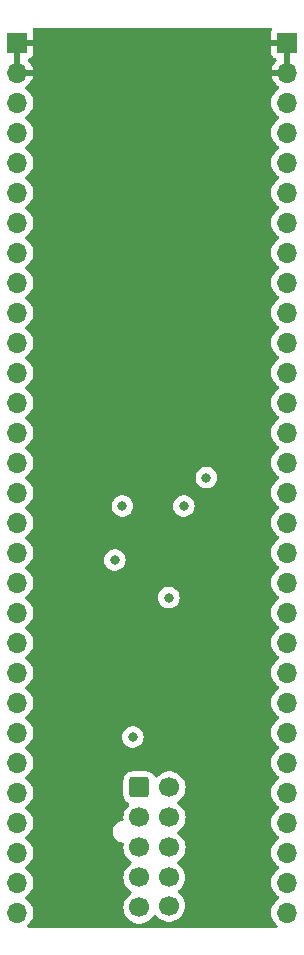
<source format=gbr>
%TF.GenerationSoftware,KiCad,Pcbnew,7.0.6-0*%
%TF.CreationDate,2023-07-17T22:06:51-07:00*%
%TF.ProjectId,84CP01,38344350-3031-42e6-9b69-6361645f7063,rev?*%
%TF.SameCoordinates,Original*%
%TF.FileFunction,Copper,L2,Inr*%
%TF.FilePolarity,Positive*%
%FSLAX46Y46*%
G04 Gerber Fmt 4.6, Leading zero omitted, Abs format (unit mm)*
G04 Created by KiCad (PCBNEW 7.0.6-0) date 2023-07-17 22:06:51*
%MOMM*%
%LPD*%
G01*
G04 APERTURE LIST*
G04 Aperture macros list*
%AMRoundRect*
0 Rectangle with rounded corners*
0 $1 Rounding radius*
0 $2 $3 $4 $5 $6 $7 $8 $9 X,Y pos of 4 corners*
0 Add a 4 corners polygon primitive as box body*
4,1,4,$2,$3,$4,$5,$6,$7,$8,$9,$2,$3,0*
0 Add four circle primitives for the rounded corners*
1,1,$1+$1,$2,$3*
1,1,$1+$1,$4,$5*
1,1,$1+$1,$6,$7*
1,1,$1+$1,$8,$9*
0 Add four rect primitives between the rounded corners*
20,1,$1+$1,$2,$3,$4,$5,0*
20,1,$1+$1,$4,$5,$6,$7,0*
20,1,$1+$1,$6,$7,$8,$9,0*
20,1,$1+$1,$8,$9,$2,$3,0*%
G04 Aperture macros list end*
%TA.AperFunction,ComponentPad*%
%ADD10RoundRect,0.250000X-0.600000X-0.600000X0.600000X-0.600000X0.600000X0.600000X-0.600000X0.600000X0*%
%TD*%
%TA.AperFunction,ComponentPad*%
%ADD11C,1.700000*%
%TD*%
%TA.AperFunction,ComponentPad*%
%ADD12R,1.700000X1.700000*%
%TD*%
%TA.AperFunction,ComponentPad*%
%ADD13O,1.700000X1.700000*%
%TD*%
%TA.AperFunction,ViaPad*%
%ADD14C,0.800000*%
%TD*%
G04 APERTURE END LIST*
D10*
%TO.N,Net-(J2-Pin_1)*%
%TO.C,J2*%
X108130000Y-115904000D03*
D11*
%TO.N,GND*%
X110670000Y-115904000D03*
%TO.N,Net-(J2-Pin_3)*%
X108130000Y-118444000D03*
%TO.N,GND*%
X110670000Y-118444000D03*
%TO.N,Net-(J2-Pin_5)*%
X108130000Y-120984000D03*
%TO.N,GND*%
X110670000Y-120984000D03*
%TO.N,Net-(J2-Pin_7)*%
X108130000Y-123524000D03*
%TO.N,GND*%
X110630000Y-123524000D03*
X108130000Y-126064000D03*
X110630000Y-125904000D03*
%TD*%
D12*
%TO.N,VCC*%
%TO.C,J3*%
X120650000Y-52832000D03*
D13*
X120650000Y-55372000D03*
%TO.N,/J2-3*%
X120650000Y-57912000D03*
%TO.N,/J2-4*%
X120650000Y-60452000D03*
%TO.N,/J2-5*%
X120650000Y-62992000D03*
%TO.N,/J2-6*%
X120650000Y-65532000D03*
%TO.N,/J2-7*%
X120650000Y-68072000D03*
%TO.N,/J2-8*%
X120650000Y-70612000D03*
%TO.N,/J2-9*%
X120650000Y-73152000D03*
%TO.N,/J2-10*%
X120650000Y-75692000D03*
%TO.N,/J2-11*%
X120650000Y-78232000D03*
%TO.N,/J2-12*%
X120650000Y-80772000D03*
%TO.N,/J2-13*%
X120650000Y-83312000D03*
%TO.N,/J2-14*%
X120650000Y-85852000D03*
%TO.N,/J2-15*%
X120650000Y-88392000D03*
%TO.N,/J2-16*%
X120650000Y-90932000D03*
%TO.N,/J2-17*%
X120650000Y-93472000D03*
%TO.N,/J2-18*%
X120650000Y-96012000D03*
%TO.N,/J2-19*%
X120650000Y-98552000D03*
%TO.N,/J2-20*%
X120650000Y-101092000D03*
%TO.N,/J2-21*%
X120650000Y-103632000D03*
%TO.N,/J2-22*%
X120650000Y-106172000D03*
%TO.N,/J2-23*%
X120650000Y-108712000D03*
%TO.N,/J2-24*%
X120650000Y-111252000D03*
%TO.N,/J2-25*%
X120650000Y-113792000D03*
%TO.N,/J2-26*%
X120650000Y-116332000D03*
%TO.N,/J2-27*%
X120650000Y-118872000D03*
%TO.N,/J2-28*%
X120650000Y-121412000D03*
%TO.N,GND*%
X120650000Y-123952000D03*
X120650000Y-126492000D03*
%TD*%
D12*
%TO.N,VCC*%
%TO.C,J1*%
X97790000Y-52832000D03*
D13*
X97790000Y-55372000D03*
%TO.N,/J1-3*%
X97790000Y-57912000D03*
%TO.N,/J1-4*%
X97790000Y-60452000D03*
%TO.N,/J1-5*%
X97790000Y-62992000D03*
%TO.N,/J1-6*%
X97790000Y-65532000D03*
%TO.N,/J1-7*%
X97790000Y-68072000D03*
%TO.N,/J1-8*%
X97790000Y-70612000D03*
%TO.N,/J1-9*%
X97790000Y-73152000D03*
%TO.N,/J1-10*%
X97790000Y-75692000D03*
%TO.N,/J1-11*%
X97790000Y-78232000D03*
%TO.N,/J1-12*%
X97790000Y-80772000D03*
%TO.N,/J1-13*%
X97790000Y-83312000D03*
%TO.N,/J1-14*%
X97790000Y-85852000D03*
%TO.N,/J1-15*%
X97790000Y-88392000D03*
%TO.N,/J1-16*%
X97790000Y-90932000D03*
%TO.N,/J1-17*%
X97790000Y-93472000D03*
%TO.N,/J1-18*%
X97790000Y-96012000D03*
%TO.N,/J1-19*%
X97790000Y-98552000D03*
%TO.N,/J1-20*%
X97790000Y-101092000D03*
%TO.N,/J1-21*%
X97790000Y-103632000D03*
%TO.N,/J1-22*%
X97790000Y-106172000D03*
%TO.N,/J1-23*%
X97790000Y-108712000D03*
%TO.N,/J1-24*%
X97790000Y-111252000D03*
%TO.N,/J1-25*%
X97790000Y-113792000D03*
%TO.N,/J1-26*%
X97790000Y-116332000D03*
%TO.N,/J1-27*%
X97790000Y-118872000D03*
%TO.N,/J1-28*%
X97790000Y-121412000D03*
%TO.N,GND*%
X97790000Y-123952000D03*
X97790000Y-126492000D03*
%TD*%
D14*
%TO.N,VCC*%
X106680000Y-87249000D03*
X111887000Y-87249000D03*
%TO.N,GND*%
X106680000Y-92075000D03*
X111887000Y-92075000D03*
%TO.N,/J1-28*%
X110617000Y-99822000D03*
X107569000Y-111633000D03*
%TO.N,Net-(J2-Pin_5)*%
X106045000Y-96647000D03*
%TO.N,Net-(J2-Pin_7)*%
X113792000Y-89662000D03*
%TD*%
%TA.AperFunction,Conductor*%
%TO.N,VCC*%
G36*
X119301114Y-51582002D02*
G01*
X119347607Y-51635658D01*
X119357711Y-51705932D01*
X119351049Y-51732033D01*
X119298505Y-51872907D01*
X119292000Y-51933402D01*
X119292000Y-52578000D01*
X120218884Y-52578000D01*
X120190507Y-52622156D01*
X120150000Y-52760111D01*
X120150000Y-52903889D01*
X120190507Y-53041844D01*
X120218884Y-53086000D01*
X119292000Y-53086000D01*
X119292000Y-53730597D01*
X119298505Y-53791093D01*
X119349555Y-53927964D01*
X119349555Y-53927965D01*
X119437095Y-54044904D01*
X119554034Y-54132444D01*
X119669677Y-54175576D01*
X119726513Y-54218123D01*
X119751324Y-54284643D01*
X119736233Y-54354017D01*
X119718347Y-54378969D01*
X119574674Y-54535041D01*
X119451580Y-54723451D01*
X119361179Y-54929543D01*
X119361176Y-54929550D01*
X119313455Y-55117999D01*
X119313456Y-55118000D01*
X120218884Y-55118000D01*
X120190507Y-55162156D01*
X120150000Y-55300111D01*
X120150000Y-55443889D01*
X120190507Y-55581844D01*
X120218884Y-55626000D01*
X119313455Y-55626000D01*
X119361176Y-55814449D01*
X119361179Y-55814456D01*
X119451580Y-56020548D01*
X119574674Y-56208958D01*
X119727097Y-56374534D01*
X119904698Y-56512767D01*
X119904704Y-56512771D01*
X119938207Y-56530902D01*
X119988597Y-56580915D01*
X120003949Y-56650232D01*
X119979388Y-56716845D01*
X119938207Y-56752528D01*
X119904430Y-56770807D01*
X119904424Y-56770811D01*
X119726762Y-56909091D01*
X119574279Y-57074729D01*
X119574275Y-57074734D01*
X119451141Y-57263206D01*
X119360703Y-57469386D01*
X119360702Y-57469387D01*
X119305437Y-57687624D01*
X119286844Y-57912000D01*
X119305437Y-58136375D01*
X119360702Y-58354612D01*
X119360703Y-58354613D01*
X119451141Y-58560793D01*
X119574275Y-58749265D01*
X119574279Y-58749270D01*
X119726762Y-58914908D01*
X119781331Y-58957381D01*
X119904424Y-59053189D01*
X119937680Y-59071186D01*
X119988070Y-59121196D01*
X120003423Y-59190513D01*
X119978864Y-59257126D01*
X119937683Y-59292811D01*
X119904430Y-59310807D01*
X119904424Y-59310811D01*
X119726762Y-59449091D01*
X119574279Y-59614729D01*
X119574275Y-59614734D01*
X119451141Y-59803206D01*
X119360703Y-60009386D01*
X119360702Y-60009387D01*
X119305437Y-60227624D01*
X119286844Y-60451999D01*
X119305437Y-60676375D01*
X119360702Y-60894612D01*
X119360703Y-60894613D01*
X119451141Y-61100793D01*
X119574275Y-61289265D01*
X119574279Y-61289270D01*
X119726762Y-61454908D01*
X119781331Y-61497381D01*
X119904424Y-61593189D01*
X119937680Y-61611186D01*
X119988071Y-61661200D01*
X120003423Y-61730516D01*
X119978862Y-61797129D01*
X119937680Y-61832813D01*
X119904426Y-61850810D01*
X119904424Y-61850811D01*
X119726762Y-61989091D01*
X119574279Y-62154729D01*
X119574275Y-62154734D01*
X119451141Y-62343206D01*
X119360703Y-62549386D01*
X119360702Y-62549387D01*
X119305437Y-62767624D01*
X119286844Y-62992000D01*
X119305437Y-63216375D01*
X119360702Y-63434612D01*
X119360703Y-63434613D01*
X119451141Y-63640793D01*
X119574275Y-63829265D01*
X119574279Y-63829270D01*
X119726762Y-63994908D01*
X119781331Y-64037381D01*
X119904424Y-64133189D01*
X119937680Y-64151186D01*
X119988071Y-64201200D01*
X120003423Y-64270516D01*
X119978862Y-64337129D01*
X119937680Y-64372813D01*
X119904426Y-64390810D01*
X119904424Y-64390811D01*
X119726762Y-64529091D01*
X119574279Y-64694729D01*
X119574275Y-64694734D01*
X119451141Y-64883206D01*
X119360703Y-65089386D01*
X119360702Y-65089387D01*
X119305437Y-65307624D01*
X119286844Y-65532000D01*
X119305437Y-65756375D01*
X119360702Y-65974612D01*
X119360703Y-65974613D01*
X119451141Y-66180793D01*
X119574275Y-66369265D01*
X119574279Y-66369270D01*
X119726762Y-66534908D01*
X119781331Y-66577381D01*
X119904424Y-66673189D01*
X119937676Y-66691184D01*
X119937680Y-66691186D01*
X119988071Y-66741200D01*
X120003423Y-66810516D01*
X119978862Y-66877129D01*
X119937680Y-66912813D01*
X119904426Y-66930810D01*
X119904424Y-66930811D01*
X119726762Y-67069091D01*
X119574279Y-67234729D01*
X119574275Y-67234734D01*
X119451141Y-67423206D01*
X119360703Y-67629386D01*
X119360702Y-67629387D01*
X119305437Y-67847624D01*
X119286844Y-68071999D01*
X119305437Y-68296375D01*
X119360702Y-68514612D01*
X119360703Y-68514613D01*
X119451141Y-68720793D01*
X119574275Y-68909265D01*
X119574279Y-68909270D01*
X119726762Y-69074908D01*
X119781331Y-69117381D01*
X119904424Y-69213189D01*
X119937680Y-69231186D01*
X119988071Y-69281200D01*
X120003423Y-69350516D01*
X119978862Y-69417129D01*
X119937680Y-69452813D01*
X119904426Y-69470810D01*
X119904424Y-69470811D01*
X119726762Y-69609091D01*
X119574279Y-69774729D01*
X119574275Y-69774734D01*
X119451141Y-69963206D01*
X119360703Y-70169386D01*
X119360702Y-70169387D01*
X119305437Y-70387624D01*
X119286844Y-70611999D01*
X119305437Y-70836375D01*
X119360702Y-71054612D01*
X119360703Y-71054613D01*
X119451141Y-71260793D01*
X119574275Y-71449265D01*
X119574279Y-71449270D01*
X119726762Y-71614908D01*
X119781331Y-71657381D01*
X119904424Y-71753189D01*
X119937680Y-71771186D01*
X119988071Y-71821200D01*
X120003423Y-71890516D01*
X119978862Y-71957129D01*
X119937680Y-71992813D01*
X119904426Y-72010810D01*
X119904424Y-72010811D01*
X119726762Y-72149091D01*
X119574279Y-72314729D01*
X119574275Y-72314734D01*
X119451141Y-72503206D01*
X119360703Y-72709386D01*
X119360702Y-72709387D01*
X119305437Y-72927624D01*
X119286844Y-73152000D01*
X119305437Y-73376375D01*
X119360702Y-73594612D01*
X119360703Y-73594613D01*
X119451141Y-73800793D01*
X119574275Y-73989265D01*
X119574279Y-73989270D01*
X119726762Y-74154908D01*
X119781331Y-74197381D01*
X119904424Y-74293189D01*
X119937680Y-74311186D01*
X119988071Y-74361200D01*
X120003423Y-74430516D01*
X119978862Y-74497129D01*
X119937680Y-74532813D01*
X119904426Y-74550810D01*
X119904424Y-74550811D01*
X119726762Y-74689091D01*
X119574279Y-74854729D01*
X119574275Y-74854734D01*
X119451141Y-75043206D01*
X119360703Y-75249386D01*
X119360702Y-75249387D01*
X119305437Y-75467624D01*
X119286844Y-75692000D01*
X119305437Y-75916375D01*
X119360702Y-76134612D01*
X119360703Y-76134613D01*
X119451141Y-76340793D01*
X119574275Y-76529265D01*
X119574279Y-76529270D01*
X119726762Y-76694908D01*
X119781331Y-76737381D01*
X119904424Y-76833189D01*
X119937680Y-76851186D01*
X119988071Y-76901200D01*
X120003423Y-76970516D01*
X119978862Y-77037129D01*
X119937680Y-77072813D01*
X119904426Y-77090810D01*
X119904424Y-77090811D01*
X119726762Y-77229091D01*
X119574279Y-77394729D01*
X119574275Y-77394734D01*
X119451141Y-77583206D01*
X119360703Y-77789386D01*
X119360702Y-77789387D01*
X119305437Y-78007624D01*
X119286844Y-78232000D01*
X119305437Y-78456375D01*
X119360702Y-78674612D01*
X119360703Y-78674613D01*
X119451141Y-78880793D01*
X119574275Y-79069265D01*
X119574279Y-79069270D01*
X119726762Y-79234908D01*
X119781331Y-79277381D01*
X119904424Y-79373189D01*
X119937680Y-79391186D01*
X119988071Y-79441200D01*
X120003423Y-79510516D01*
X119978862Y-79577129D01*
X119937680Y-79612813D01*
X119904426Y-79630810D01*
X119904424Y-79630811D01*
X119726762Y-79769091D01*
X119574279Y-79934729D01*
X119574275Y-79934734D01*
X119451141Y-80123206D01*
X119360703Y-80329386D01*
X119360702Y-80329387D01*
X119305437Y-80547624D01*
X119286844Y-80771999D01*
X119305437Y-80996375D01*
X119360702Y-81214612D01*
X119360703Y-81214613D01*
X119451141Y-81420793D01*
X119574275Y-81609265D01*
X119574279Y-81609270D01*
X119726762Y-81774908D01*
X119781331Y-81817381D01*
X119904424Y-81913189D01*
X119937680Y-81931186D01*
X119988071Y-81981200D01*
X120003423Y-82050516D01*
X119978862Y-82117129D01*
X119937680Y-82152813D01*
X119904426Y-82170810D01*
X119904424Y-82170811D01*
X119726762Y-82309091D01*
X119574279Y-82474729D01*
X119574275Y-82474734D01*
X119451141Y-82663206D01*
X119360703Y-82869386D01*
X119360702Y-82869387D01*
X119305437Y-83087624D01*
X119286844Y-83312000D01*
X119305437Y-83536375D01*
X119360702Y-83754612D01*
X119360703Y-83754613D01*
X119451141Y-83960793D01*
X119574275Y-84149265D01*
X119574279Y-84149270D01*
X119726762Y-84314908D01*
X119781331Y-84357381D01*
X119904424Y-84453189D01*
X119937680Y-84471186D01*
X119988071Y-84521200D01*
X120003423Y-84590516D01*
X119978862Y-84657129D01*
X119937680Y-84692813D01*
X119904426Y-84710810D01*
X119904424Y-84710811D01*
X119726762Y-84849091D01*
X119574279Y-85014729D01*
X119574275Y-85014734D01*
X119451141Y-85203206D01*
X119360703Y-85409386D01*
X119360702Y-85409387D01*
X119305437Y-85627624D01*
X119286844Y-85852000D01*
X119305437Y-86076375D01*
X119360702Y-86294612D01*
X119360703Y-86294613D01*
X119451141Y-86500793D01*
X119574275Y-86689265D01*
X119574279Y-86689270D01*
X119726762Y-86854908D01*
X119781331Y-86897381D01*
X119904424Y-86993189D01*
X119937680Y-87011186D01*
X119988071Y-87061200D01*
X120003423Y-87130516D01*
X119978862Y-87197129D01*
X119937680Y-87232813D01*
X119904426Y-87250810D01*
X119904424Y-87250811D01*
X119726762Y-87389091D01*
X119574279Y-87554729D01*
X119574275Y-87554734D01*
X119451141Y-87743206D01*
X119360703Y-87949386D01*
X119360702Y-87949387D01*
X119305437Y-88167624D01*
X119286844Y-88391999D01*
X119305437Y-88616375D01*
X119360702Y-88834612D01*
X119360703Y-88834613D01*
X119451141Y-89040793D01*
X119574275Y-89229265D01*
X119574279Y-89229270D01*
X119726762Y-89394908D01*
X119781331Y-89437381D01*
X119904424Y-89533189D01*
X119937680Y-89551186D01*
X119988071Y-89601200D01*
X120003423Y-89670516D01*
X119978862Y-89737129D01*
X119937680Y-89772813D01*
X119904426Y-89790810D01*
X119904424Y-89790811D01*
X119726762Y-89929091D01*
X119574279Y-90094729D01*
X119574275Y-90094734D01*
X119451141Y-90283206D01*
X119360703Y-90489386D01*
X119360702Y-90489387D01*
X119305437Y-90707624D01*
X119286844Y-90931999D01*
X119305437Y-91156375D01*
X119360702Y-91374612D01*
X119360703Y-91374613D01*
X119451141Y-91580793D01*
X119574275Y-91769265D01*
X119574279Y-91769270D01*
X119726762Y-91934908D01*
X119781331Y-91977381D01*
X119904424Y-92073189D01*
X119937680Y-92091186D01*
X119988071Y-92141200D01*
X120003423Y-92210516D01*
X119978862Y-92277129D01*
X119937680Y-92312813D01*
X119904426Y-92330810D01*
X119904424Y-92330811D01*
X119726762Y-92469091D01*
X119574279Y-92634729D01*
X119574275Y-92634734D01*
X119451141Y-92823206D01*
X119360703Y-93029386D01*
X119360702Y-93029387D01*
X119305437Y-93247624D01*
X119286844Y-93472000D01*
X119305437Y-93696375D01*
X119360702Y-93914612D01*
X119360703Y-93914613D01*
X119451141Y-94120793D01*
X119574275Y-94309265D01*
X119574279Y-94309270D01*
X119726762Y-94474908D01*
X119781331Y-94517381D01*
X119904424Y-94613189D01*
X119937680Y-94631186D01*
X119988071Y-94681200D01*
X120003423Y-94750516D01*
X119978862Y-94817129D01*
X119937680Y-94852813D01*
X119904426Y-94870810D01*
X119904424Y-94870811D01*
X119726762Y-95009091D01*
X119574279Y-95174729D01*
X119574275Y-95174734D01*
X119451141Y-95363206D01*
X119360703Y-95569386D01*
X119360702Y-95569387D01*
X119305437Y-95787624D01*
X119305436Y-95787630D01*
X119305436Y-95787632D01*
X119286844Y-96012000D01*
X119294969Y-96110058D01*
X119305437Y-96236375D01*
X119360702Y-96454612D01*
X119360703Y-96454613D01*
X119360704Y-96454616D01*
X119445090Y-96646999D01*
X119451141Y-96660793D01*
X119574275Y-96849265D01*
X119574279Y-96849270D01*
X119726762Y-97014908D01*
X119781331Y-97057381D01*
X119904424Y-97153189D01*
X119937680Y-97171186D01*
X119988071Y-97221200D01*
X120003423Y-97290516D01*
X119978862Y-97357129D01*
X119937680Y-97392813D01*
X119904426Y-97410810D01*
X119904424Y-97410811D01*
X119726762Y-97549091D01*
X119574279Y-97714729D01*
X119574275Y-97714734D01*
X119451141Y-97903206D01*
X119360703Y-98109386D01*
X119360702Y-98109387D01*
X119305437Y-98327624D01*
X119286844Y-98552000D01*
X119305437Y-98776375D01*
X119360702Y-98994612D01*
X119360703Y-98994613D01*
X119451141Y-99200793D01*
X119574275Y-99389265D01*
X119574279Y-99389270D01*
X119726762Y-99554908D01*
X119781331Y-99597381D01*
X119904424Y-99693189D01*
X119937680Y-99711186D01*
X119988071Y-99761200D01*
X120003423Y-99830516D01*
X119978862Y-99897129D01*
X119937680Y-99932813D01*
X119904426Y-99950810D01*
X119904424Y-99950811D01*
X119726762Y-100089091D01*
X119574279Y-100254729D01*
X119574275Y-100254734D01*
X119451141Y-100443206D01*
X119360703Y-100649386D01*
X119360702Y-100649387D01*
X119305437Y-100867624D01*
X119286844Y-101091999D01*
X119305437Y-101316375D01*
X119360702Y-101534612D01*
X119360703Y-101534613D01*
X119451141Y-101740793D01*
X119574275Y-101929265D01*
X119574279Y-101929270D01*
X119726762Y-102094908D01*
X119781331Y-102137381D01*
X119904424Y-102233189D01*
X119937680Y-102251186D01*
X119988071Y-102301200D01*
X120003423Y-102370516D01*
X119978862Y-102437129D01*
X119937680Y-102472813D01*
X119904426Y-102490810D01*
X119904424Y-102490811D01*
X119726762Y-102629091D01*
X119574279Y-102794729D01*
X119574275Y-102794734D01*
X119451141Y-102983206D01*
X119360703Y-103189386D01*
X119360702Y-103189387D01*
X119305437Y-103407624D01*
X119286844Y-103632000D01*
X119305437Y-103856375D01*
X119360702Y-104074612D01*
X119360703Y-104074613D01*
X119451141Y-104280793D01*
X119574275Y-104469265D01*
X119574279Y-104469270D01*
X119726762Y-104634908D01*
X119781331Y-104677381D01*
X119904424Y-104773189D01*
X119937680Y-104791186D01*
X119988071Y-104841200D01*
X120003423Y-104910516D01*
X119978862Y-104977129D01*
X119937680Y-105012813D01*
X119904426Y-105030810D01*
X119904424Y-105030811D01*
X119726762Y-105169091D01*
X119574279Y-105334729D01*
X119574275Y-105334734D01*
X119451141Y-105523206D01*
X119360703Y-105729386D01*
X119360702Y-105729387D01*
X119305437Y-105947624D01*
X119286844Y-106172000D01*
X119305437Y-106396375D01*
X119360702Y-106614612D01*
X119360703Y-106614613D01*
X119451141Y-106820793D01*
X119574275Y-107009265D01*
X119574279Y-107009270D01*
X119726762Y-107174908D01*
X119781331Y-107217381D01*
X119904424Y-107313189D01*
X119937680Y-107331186D01*
X119988071Y-107381200D01*
X120003423Y-107450516D01*
X119978862Y-107517129D01*
X119937680Y-107552813D01*
X119904426Y-107570810D01*
X119904424Y-107570811D01*
X119726762Y-107709091D01*
X119574279Y-107874729D01*
X119574275Y-107874734D01*
X119451141Y-108063206D01*
X119360703Y-108269386D01*
X119360702Y-108269387D01*
X119305437Y-108487624D01*
X119286844Y-108711999D01*
X119305437Y-108936375D01*
X119360702Y-109154612D01*
X119360703Y-109154613D01*
X119451141Y-109360793D01*
X119574275Y-109549265D01*
X119574279Y-109549270D01*
X119726762Y-109714908D01*
X119781331Y-109757381D01*
X119904424Y-109853189D01*
X119937680Y-109871186D01*
X119988071Y-109921200D01*
X120003423Y-109990516D01*
X119978862Y-110057129D01*
X119937680Y-110092813D01*
X119904426Y-110110810D01*
X119904424Y-110110811D01*
X119726762Y-110249091D01*
X119574279Y-110414729D01*
X119574275Y-110414734D01*
X119451141Y-110603206D01*
X119360703Y-110809386D01*
X119360702Y-110809387D01*
X119305437Y-111027624D01*
X119286844Y-111251999D01*
X119305437Y-111476375D01*
X119360702Y-111694612D01*
X119360703Y-111694613D01*
X119360704Y-111694616D01*
X119449110Y-111896162D01*
X119451141Y-111900793D01*
X119574275Y-112089265D01*
X119574279Y-112089270D01*
X119726762Y-112254908D01*
X119781331Y-112297381D01*
X119904424Y-112393189D01*
X119937674Y-112411183D01*
X119937680Y-112411186D01*
X119988071Y-112461200D01*
X120003423Y-112530516D01*
X119978862Y-112597129D01*
X119937680Y-112632813D01*
X119904426Y-112650810D01*
X119904424Y-112650811D01*
X119726762Y-112789091D01*
X119574279Y-112954729D01*
X119574275Y-112954734D01*
X119451141Y-113143206D01*
X119360703Y-113349386D01*
X119360702Y-113349387D01*
X119305437Y-113567624D01*
X119286844Y-113792000D01*
X119305437Y-114016375D01*
X119360702Y-114234612D01*
X119360703Y-114234613D01*
X119451141Y-114440793D01*
X119574275Y-114629265D01*
X119574279Y-114629270D01*
X119726762Y-114794908D01*
X119772286Y-114830341D01*
X119904424Y-114933189D01*
X119937680Y-114951186D01*
X119988071Y-115001200D01*
X120003423Y-115070516D01*
X119978862Y-115137129D01*
X119937680Y-115172813D01*
X119904426Y-115190810D01*
X119904424Y-115190811D01*
X119726762Y-115329091D01*
X119574279Y-115494729D01*
X119574275Y-115494734D01*
X119451141Y-115683206D01*
X119360703Y-115889386D01*
X119360702Y-115889387D01*
X119305437Y-116107624D01*
X119286844Y-116332000D01*
X119305437Y-116556375D01*
X119360702Y-116774612D01*
X119360703Y-116774613D01*
X119360704Y-116774616D01*
X119383567Y-116826738D01*
X119451141Y-116980793D01*
X119574275Y-117169265D01*
X119574279Y-117169270D01*
X119726762Y-117334908D01*
X119754348Y-117356379D01*
X119904424Y-117473189D01*
X119937680Y-117491186D01*
X119988071Y-117541200D01*
X120003423Y-117610516D01*
X119978862Y-117677129D01*
X119937680Y-117712813D01*
X119904426Y-117730810D01*
X119904424Y-117730811D01*
X119726762Y-117869091D01*
X119574279Y-118034729D01*
X119574275Y-118034734D01*
X119451141Y-118223206D01*
X119360703Y-118429386D01*
X119360702Y-118429387D01*
X119305437Y-118647624D01*
X119305436Y-118647630D01*
X119305436Y-118647632D01*
X119286844Y-118872000D01*
X119301438Y-119048126D01*
X119305437Y-119096375D01*
X119360702Y-119314612D01*
X119360703Y-119314613D01*
X119360704Y-119314616D01*
X119418731Y-119446906D01*
X119451141Y-119520793D01*
X119574275Y-119709265D01*
X119574279Y-119709270D01*
X119726762Y-119874908D01*
X119781331Y-119917381D01*
X119904424Y-120013189D01*
X119937680Y-120031186D01*
X119988071Y-120081200D01*
X120003423Y-120150516D01*
X119978862Y-120217129D01*
X119937680Y-120252813D01*
X119904426Y-120270810D01*
X119904424Y-120270811D01*
X119726762Y-120409091D01*
X119574279Y-120574729D01*
X119574275Y-120574734D01*
X119451141Y-120763206D01*
X119360703Y-120969386D01*
X119360702Y-120969387D01*
X119305437Y-121187624D01*
X119286844Y-121411999D01*
X119305437Y-121636375D01*
X119360702Y-121854612D01*
X119360703Y-121854613D01*
X119451141Y-122060793D01*
X119574275Y-122249265D01*
X119574279Y-122249270D01*
X119726762Y-122414908D01*
X119781331Y-122457381D01*
X119904424Y-122553189D01*
X119937680Y-122571186D01*
X119988071Y-122621200D01*
X120003423Y-122690516D01*
X119978862Y-122757129D01*
X119937680Y-122792813D01*
X119904426Y-122810810D01*
X119904424Y-122810811D01*
X119726762Y-122949091D01*
X119574279Y-123114729D01*
X119574275Y-123114734D01*
X119451141Y-123303206D01*
X119360703Y-123509386D01*
X119360702Y-123509387D01*
X119305437Y-123727624D01*
X119286844Y-123952000D01*
X119305437Y-124176375D01*
X119360702Y-124394612D01*
X119360703Y-124394613D01*
X119451141Y-124600793D01*
X119574275Y-124789265D01*
X119574279Y-124789270D01*
X119726762Y-124954908D01*
X119781331Y-124997381D01*
X119904424Y-125093189D01*
X119937680Y-125111186D01*
X119988071Y-125161200D01*
X120003423Y-125230516D01*
X119978862Y-125297129D01*
X119937680Y-125332813D01*
X119904426Y-125350810D01*
X119904424Y-125350811D01*
X119726762Y-125489091D01*
X119574279Y-125654729D01*
X119574275Y-125654734D01*
X119451141Y-125843206D01*
X119360703Y-126049386D01*
X119360702Y-126049387D01*
X119305437Y-126267624D01*
X119305436Y-126267630D01*
X119305436Y-126267632D01*
X119286844Y-126492000D01*
X119303274Y-126690282D01*
X119305437Y-126716375D01*
X119360702Y-126934612D01*
X119360703Y-126934613D01*
X119360704Y-126934616D01*
X119418731Y-127066906D01*
X119451141Y-127140793D01*
X119574275Y-127329265D01*
X119574279Y-127329270D01*
X119726762Y-127494908D01*
X119780287Y-127536568D01*
X119821758Y-127594193D01*
X119825492Y-127665092D01*
X119790302Y-127726754D01*
X119727361Y-127759602D01*
X119702896Y-127762000D01*
X98737104Y-127762000D01*
X98668983Y-127741998D01*
X98622490Y-127688342D01*
X98612386Y-127618068D01*
X98641880Y-127553488D01*
X98659713Y-127536568D01*
X98713237Y-127494908D01*
X98713240Y-127494906D01*
X98865722Y-127329268D01*
X98988860Y-127140791D01*
X99079296Y-126934616D01*
X99134564Y-126716368D01*
X99153156Y-126492000D01*
X99134564Y-126267632D01*
X99099298Y-126128368D01*
X99079297Y-126049387D01*
X99079296Y-126049386D01*
X99079296Y-126049384D01*
X98988860Y-125843209D01*
X98954998Y-125791379D01*
X98865724Y-125654734D01*
X98865720Y-125654729D01*
X98713237Y-125489091D01*
X98631382Y-125425381D01*
X98535576Y-125350811D01*
X98502319Y-125332813D01*
X98451929Y-125282802D01*
X98436576Y-125213485D01*
X98461136Y-125146872D01*
X98502320Y-125111186D01*
X98535576Y-125093189D01*
X98713240Y-124954906D01*
X98865722Y-124789268D01*
X98988860Y-124600791D01*
X99079296Y-124394616D01*
X99134564Y-124176368D01*
X99153156Y-123952000D01*
X99134564Y-123727632D01*
X99134562Y-123727624D01*
X99079297Y-123509387D01*
X99079296Y-123509386D01*
X99079296Y-123509384D01*
X98988860Y-123303209D01*
X98954998Y-123251379D01*
X98865724Y-123114734D01*
X98865720Y-123114729D01*
X98713237Y-122949091D01*
X98631382Y-122885381D01*
X98535576Y-122810811D01*
X98502319Y-122792813D01*
X98451929Y-122742802D01*
X98436576Y-122673485D01*
X98461136Y-122606872D01*
X98502320Y-122571186D01*
X98535576Y-122553189D01*
X98713240Y-122414906D01*
X98865722Y-122249268D01*
X98988860Y-122060791D01*
X99079296Y-121854616D01*
X99134564Y-121636368D01*
X99153156Y-121412000D01*
X99134564Y-121187632D01*
X99134562Y-121187624D01*
X99079297Y-120969387D01*
X99079296Y-120969386D01*
X99079296Y-120969384D01*
X98988860Y-120763209D01*
X98950931Y-120705154D01*
X98865724Y-120574734D01*
X98865720Y-120574729D01*
X98713237Y-120409091D01*
X98622293Y-120338306D01*
X98535576Y-120270811D01*
X98502319Y-120252813D01*
X98451929Y-120202802D01*
X98436576Y-120133485D01*
X98461136Y-120066872D01*
X98502320Y-120031186D01*
X98535576Y-120013189D01*
X98713240Y-119874906D01*
X98829472Y-119748646D01*
X105889500Y-119748646D01*
X105916337Y-119874908D01*
X105928856Y-119933803D01*
X105964203Y-120013192D01*
X106005850Y-120106732D01*
X106117113Y-120259873D01*
X106257783Y-120386533D01*
X106257785Y-120386534D01*
X106358109Y-120444455D01*
X106421716Y-120481179D01*
X106421718Y-120481179D01*
X106421721Y-120481181D01*
X106601743Y-120539674D01*
X106628394Y-120542475D01*
X106682875Y-120548201D01*
X106690240Y-120548975D01*
X106755897Y-120575988D01*
X106796527Y-120634209D01*
X106799230Y-120705154D01*
X106799215Y-120705214D01*
X106785437Y-120759626D01*
X106785436Y-120759629D01*
X106785436Y-120759632D01*
X106785140Y-120763206D01*
X106766844Y-120984000D01*
X106785437Y-121208375D01*
X106840702Y-121426612D01*
X106840703Y-121426613D01*
X106931141Y-121632793D01*
X107054275Y-121821265D01*
X107054279Y-121821270D01*
X107206762Y-121986908D01*
X107261331Y-122029381D01*
X107384424Y-122125189D01*
X107417680Y-122143186D01*
X107468071Y-122193200D01*
X107483423Y-122262516D01*
X107458862Y-122329129D01*
X107417680Y-122364813D01*
X107384426Y-122382810D01*
X107384424Y-122382811D01*
X107206762Y-122521091D01*
X107054279Y-122686729D01*
X107054275Y-122686734D01*
X106931141Y-122875206D01*
X106840703Y-123081386D01*
X106840702Y-123081387D01*
X106785437Y-123299624D01*
X106766844Y-123523999D01*
X106785437Y-123748375D01*
X106840702Y-123966612D01*
X106840703Y-123966613D01*
X106931141Y-124172793D01*
X107054275Y-124361265D01*
X107054279Y-124361270D01*
X107206762Y-124526908D01*
X107261331Y-124569381D01*
X107384424Y-124665189D01*
X107417680Y-124683186D01*
X107468071Y-124733200D01*
X107483423Y-124802516D01*
X107458862Y-124869129D01*
X107417680Y-124904813D01*
X107384426Y-124922810D01*
X107384424Y-124922811D01*
X107206762Y-125061091D01*
X107054279Y-125226729D01*
X107054275Y-125226734D01*
X106931141Y-125415206D01*
X106840703Y-125621386D01*
X106840702Y-125621387D01*
X106785437Y-125839624D01*
X106766844Y-126064000D01*
X106785437Y-126288375D01*
X106840702Y-126506612D01*
X106840703Y-126506613D01*
X106931141Y-126712793D01*
X107054275Y-126901265D01*
X107054279Y-126901270D01*
X107206762Y-127066908D01*
X107261331Y-127109381D01*
X107384424Y-127205189D01*
X107582426Y-127312342D01*
X107582427Y-127312342D01*
X107582428Y-127312343D01*
X107680212Y-127345912D01*
X107795365Y-127385444D01*
X108017431Y-127422500D01*
X108017435Y-127422500D01*
X108242565Y-127422500D01*
X108242569Y-127422500D01*
X108464635Y-127385444D01*
X108677574Y-127312342D01*
X108875576Y-127205189D01*
X109053240Y-127066906D01*
X109205722Y-126901268D01*
X109326784Y-126715967D01*
X109380786Y-126669880D01*
X109451134Y-126660305D01*
X109515491Y-126690282D01*
X109537749Y-126715969D01*
X109554275Y-126741265D01*
X109554279Y-126741270D01*
X109706762Y-126906908D01*
X109742361Y-126934616D01*
X109884424Y-127045189D01*
X110082426Y-127152342D01*
X110082427Y-127152342D01*
X110082428Y-127152343D01*
X110122615Y-127166139D01*
X110295365Y-127225444D01*
X110517431Y-127262500D01*
X110517435Y-127262500D01*
X110742565Y-127262500D01*
X110742569Y-127262500D01*
X110964635Y-127225444D01*
X111177574Y-127152342D01*
X111375576Y-127045189D01*
X111553240Y-126906906D01*
X111705722Y-126741268D01*
X111828860Y-126552791D01*
X111919296Y-126346616D01*
X111974564Y-126128368D01*
X111993156Y-125904000D01*
X111974564Y-125679632D01*
X111968259Y-125654734D01*
X111919297Y-125461387D01*
X111919296Y-125461386D01*
X111919296Y-125461384D01*
X111828860Y-125255209D01*
X111807164Y-125222000D01*
X111705724Y-125066734D01*
X111705720Y-125066729D01*
X111573228Y-124922807D01*
X111553240Y-124901094D01*
X111553239Y-124901093D01*
X111553237Y-124901091D01*
X111493765Y-124854802D01*
X111440610Y-124813430D01*
X111399141Y-124755807D01*
X111395407Y-124684908D01*
X111430597Y-124623246D01*
X111440602Y-124614576D01*
X111553240Y-124526906D01*
X111705722Y-124361268D01*
X111828860Y-124172791D01*
X111919296Y-123966616D01*
X111974564Y-123748368D01*
X111993156Y-123524000D01*
X111974564Y-123299632D01*
X111945094Y-123183258D01*
X111919297Y-123081387D01*
X111919296Y-123081386D01*
X111919296Y-123081384D01*
X111828860Y-122875209D01*
X111751715Y-122757129D01*
X111705724Y-122686734D01*
X111705720Y-122686729D01*
X111553237Y-122521091D01*
X111471382Y-122457381D01*
X111375576Y-122382811D01*
X111362318Y-122375636D01*
X111311928Y-122325624D01*
X111296576Y-122256307D01*
X111321137Y-122189694D01*
X111362318Y-122154010D01*
X111415576Y-122125189D01*
X111593240Y-121986906D01*
X111745722Y-121821268D01*
X111868860Y-121632791D01*
X111959296Y-121426616D01*
X112014564Y-121208368D01*
X112033156Y-120984000D01*
X112014564Y-120759632D01*
X112002345Y-120711379D01*
X111959297Y-120541387D01*
X111959296Y-120541386D01*
X111959296Y-120541384D01*
X111868860Y-120335209D01*
X111862140Y-120324924D01*
X111745724Y-120146734D01*
X111745720Y-120146729D01*
X111593237Y-119981091D01*
X111511382Y-119917381D01*
X111415576Y-119842811D01*
X111382319Y-119824813D01*
X111331929Y-119774802D01*
X111316576Y-119705485D01*
X111341136Y-119638872D01*
X111382320Y-119603186D01*
X111415576Y-119585189D01*
X111593240Y-119446906D01*
X111745722Y-119281268D01*
X111868860Y-119092791D01*
X111959296Y-118886616D01*
X112014564Y-118668368D01*
X112033156Y-118444000D01*
X112014564Y-118219632D01*
X111985094Y-118103258D01*
X111959297Y-118001387D01*
X111959296Y-118001386D01*
X111959296Y-118001384D01*
X111868860Y-117795209D01*
X111862140Y-117784924D01*
X111745724Y-117606734D01*
X111745720Y-117606729D01*
X111593237Y-117441091D01*
X111484399Y-117356379D01*
X111415576Y-117302811D01*
X111382319Y-117284813D01*
X111331929Y-117234802D01*
X111316576Y-117165485D01*
X111341136Y-117098872D01*
X111382320Y-117063186D01*
X111415576Y-117045189D01*
X111593240Y-116906906D01*
X111745722Y-116741268D01*
X111868860Y-116552791D01*
X111959296Y-116346616D01*
X112014564Y-116128368D01*
X112033156Y-115904000D01*
X112014564Y-115679632D01*
X111985094Y-115563258D01*
X111959297Y-115461387D01*
X111959296Y-115461386D01*
X111959296Y-115461384D01*
X111868860Y-115255209D01*
X111799849Y-115149579D01*
X111745724Y-115066734D01*
X111745720Y-115066729D01*
X111593237Y-114901091D01*
X111511382Y-114837381D01*
X111415576Y-114762811D01*
X111217574Y-114655658D01*
X111217572Y-114655657D01*
X111217571Y-114655656D01*
X111004639Y-114582557D01*
X111004630Y-114582555D01*
X110960476Y-114575187D01*
X110782569Y-114545500D01*
X110557431Y-114545500D01*
X110409210Y-114570233D01*
X110335369Y-114582555D01*
X110335360Y-114582557D01*
X110122428Y-114655656D01*
X110122426Y-114655658D01*
X109924426Y-114762810D01*
X109924424Y-114762811D01*
X109746759Y-114901094D01*
X109633483Y-115024143D01*
X109572630Y-115060714D01*
X109501666Y-115058579D01*
X109443121Y-115018417D01*
X109426144Y-114987481D01*
X109425217Y-114987914D01*
X109422116Y-114981266D01*
X109422115Y-114981262D01*
X109329030Y-114830348D01*
X109329029Y-114830347D01*
X109329024Y-114830341D01*
X109203658Y-114704975D01*
X109203652Y-114704970D01*
X109151845Y-114673015D01*
X109052738Y-114611885D01*
X108898393Y-114560741D01*
X108884427Y-114556113D01*
X108884420Y-114556112D01*
X108780553Y-114545500D01*
X107479455Y-114545500D01*
X107375574Y-114556112D01*
X107207261Y-114611885D01*
X107056347Y-114704970D01*
X107056341Y-114704975D01*
X106930975Y-114830341D01*
X106930970Y-114830347D01*
X106837885Y-114981262D01*
X106782113Y-115149572D01*
X106782112Y-115149579D01*
X106771500Y-115253446D01*
X106771500Y-116554544D01*
X106782112Y-116658425D01*
X106837885Y-116826738D01*
X106930970Y-116977652D01*
X106930975Y-116977658D01*
X107056341Y-117103024D01*
X107056347Y-117103029D01*
X107056348Y-117103030D01*
X107207262Y-117196115D01*
X107207268Y-117196117D01*
X107213914Y-117199217D01*
X107212943Y-117201299D01*
X107262167Y-117235372D01*
X107289430Y-117300925D01*
X107276924Y-117370811D01*
X107241564Y-117414003D01*
X107206764Y-117441089D01*
X107054279Y-117606729D01*
X107054275Y-117606734D01*
X106931141Y-117795206D01*
X106840703Y-118001386D01*
X106840702Y-118001387D01*
X106785437Y-118219624D01*
X106766844Y-118444000D01*
X106781883Y-118625491D01*
X106767574Y-118695031D01*
X106717941Y-118745796D01*
X106669484Y-118761206D01*
X106601742Y-118768325D01*
X106421721Y-118826818D01*
X106421713Y-118826822D01*
X106257785Y-118921465D01*
X106257783Y-118921466D01*
X106117113Y-119048126D01*
X106005850Y-119201267D01*
X106005849Y-119201267D01*
X105928855Y-119374199D01*
X105889500Y-119559353D01*
X105889500Y-119748646D01*
X98829472Y-119748646D01*
X98865722Y-119709268D01*
X98988860Y-119520791D01*
X99079296Y-119314616D01*
X99134564Y-119096368D01*
X99153156Y-118872000D01*
X99134564Y-118647632D01*
X99128957Y-118625491D01*
X99079297Y-118429387D01*
X99079296Y-118429386D01*
X99079296Y-118429384D01*
X98988860Y-118223209D01*
X98954998Y-118171379D01*
X98865724Y-118034734D01*
X98865720Y-118034729D01*
X98713237Y-117869091D01*
X98622293Y-117798306D01*
X98535576Y-117730811D01*
X98502319Y-117712813D01*
X98451929Y-117662802D01*
X98436576Y-117593485D01*
X98461136Y-117526872D01*
X98502320Y-117491186D01*
X98535576Y-117473189D01*
X98713240Y-117334906D01*
X98865722Y-117169268D01*
X98988860Y-116980791D01*
X99079296Y-116774616D01*
X99134564Y-116556368D01*
X99153156Y-116332000D01*
X99134564Y-116107632D01*
X99134562Y-116107624D01*
X99079297Y-115889387D01*
X99079296Y-115889386D01*
X99079296Y-115889384D01*
X98988860Y-115683209D01*
X98954998Y-115631379D01*
X98865724Y-115494734D01*
X98865720Y-115494729D01*
X98713237Y-115329091D01*
X98631382Y-115265381D01*
X98535576Y-115190811D01*
X98502319Y-115172813D01*
X98451929Y-115122802D01*
X98436576Y-115053485D01*
X98461136Y-114986872D01*
X98502320Y-114951186D01*
X98535576Y-114933189D01*
X98713240Y-114794906D01*
X98865722Y-114629268D01*
X98988860Y-114440791D01*
X99079296Y-114234616D01*
X99134564Y-114016368D01*
X99153156Y-113792000D01*
X99134564Y-113567632D01*
X99079296Y-113349384D01*
X98988860Y-113143209D01*
X98954998Y-113091379D01*
X98865724Y-112954734D01*
X98865720Y-112954729D01*
X98713237Y-112789091D01*
X98631382Y-112725381D01*
X98535576Y-112650811D01*
X98535569Y-112650807D01*
X98502318Y-112632812D01*
X98451928Y-112582798D01*
X98436576Y-112513481D01*
X98461137Y-112446869D01*
X98502315Y-112411188D01*
X98535576Y-112393189D01*
X98713240Y-112254906D01*
X98865722Y-112089268D01*
X98988860Y-111900791D01*
X99079296Y-111694616D01*
X99094900Y-111632999D01*
X106655496Y-111632999D01*
X106675457Y-111822927D01*
X106699253Y-111896162D01*
X106734473Y-112004556D01*
X106762841Y-112053691D01*
X106829958Y-112169941D01*
X106829965Y-112169951D01*
X106957744Y-112311864D01*
X106957747Y-112311866D01*
X107112248Y-112424118D01*
X107286712Y-112501794D01*
X107473513Y-112541500D01*
X107664487Y-112541500D01*
X107851288Y-112501794D01*
X108025752Y-112424118D01*
X108180253Y-112311866D01*
X108308040Y-112169944D01*
X108403527Y-112004556D01*
X108462542Y-111822928D01*
X108482504Y-111633000D01*
X108462542Y-111443072D01*
X108403527Y-111261444D01*
X108308040Y-111096056D01*
X108308038Y-111096054D01*
X108308034Y-111096048D01*
X108180255Y-110954135D01*
X108025752Y-110841882D01*
X107851288Y-110764206D01*
X107664487Y-110724500D01*
X107473513Y-110724500D01*
X107286711Y-110764206D01*
X107112247Y-110841882D01*
X106957744Y-110954135D01*
X106829965Y-111096048D01*
X106829958Y-111096058D01*
X106734476Y-111261438D01*
X106734473Y-111261445D01*
X106675457Y-111443072D01*
X106655496Y-111632999D01*
X99094900Y-111632999D01*
X99134564Y-111476368D01*
X99153156Y-111252000D01*
X99134564Y-111027632D01*
X99079296Y-110809384D01*
X98988860Y-110603209D01*
X98954998Y-110551379D01*
X98865724Y-110414734D01*
X98865720Y-110414729D01*
X98713237Y-110249091D01*
X98631382Y-110185381D01*
X98535576Y-110110811D01*
X98502319Y-110092813D01*
X98451929Y-110042802D01*
X98436576Y-109973485D01*
X98461136Y-109906872D01*
X98502320Y-109871186D01*
X98535576Y-109853189D01*
X98713240Y-109714906D01*
X98865722Y-109549268D01*
X98988860Y-109360791D01*
X99079296Y-109154616D01*
X99134564Y-108936368D01*
X99153156Y-108712000D01*
X99134564Y-108487632D01*
X99079296Y-108269384D01*
X98988860Y-108063209D01*
X98954998Y-108011379D01*
X98865724Y-107874734D01*
X98865720Y-107874729D01*
X98713237Y-107709091D01*
X98631382Y-107645381D01*
X98535576Y-107570811D01*
X98502319Y-107552813D01*
X98451929Y-107502802D01*
X98436576Y-107433485D01*
X98461136Y-107366872D01*
X98502320Y-107331186D01*
X98535576Y-107313189D01*
X98713240Y-107174906D01*
X98865722Y-107009268D01*
X98988860Y-106820791D01*
X99079296Y-106614616D01*
X99134564Y-106396368D01*
X99153156Y-106172000D01*
X99134564Y-105947632D01*
X99079296Y-105729384D01*
X98988860Y-105523209D01*
X98954998Y-105471379D01*
X98865724Y-105334734D01*
X98865720Y-105334729D01*
X98713237Y-105169091D01*
X98631382Y-105105381D01*
X98535576Y-105030811D01*
X98502319Y-105012813D01*
X98451929Y-104962802D01*
X98436576Y-104893485D01*
X98461136Y-104826872D01*
X98502320Y-104791186D01*
X98535576Y-104773189D01*
X98713240Y-104634906D01*
X98865722Y-104469268D01*
X98988860Y-104280791D01*
X99079296Y-104074616D01*
X99134564Y-103856368D01*
X99153156Y-103632000D01*
X99134564Y-103407632D01*
X99079296Y-103189384D01*
X98988860Y-102983209D01*
X98954998Y-102931379D01*
X98865724Y-102794734D01*
X98865720Y-102794729D01*
X98713237Y-102629091D01*
X98631382Y-102565381D01*
X98535576Y-102490811D01*
X98502319Y-102472813D01*
X98451929Y-102422802D01*
X98436576Y-102353485D01*
X98461136Y-102286872D01*
X98502320Y-102251186D01*
X98535576Y-102233189D01*
X98713240Y-102094906D01*
X98865722Y-101929268D01*
X98988860Y-101740791D01*
X99079296Y-101534616D01*
X99134564Y-101316368D01*
X99153156Y-101092000D01*
X99134564Y-100867632D01*
X99134562Y-100867624D01*
X99079297Y-100649387D01*
X99079296Y-100649386D01*
X99079296Y-100649384D01*
X98988860Y-100443209D01*
X98933805Y-100358941D01*
X98865724Y-100254734D01*
X98865720Y-100254729D01*
X98713237Y-100089091D01*
X98614097Y-100011927D01*
X98535576Y-99950811D01*
X98502319Y-99932813D01*
X98451929Y-99882802D01*
X98438462Y-99822000D01*
X109703496Y-99822000D01*
X109723457Y-100011927D01*
X109748530Y-100089091D01*
X109782473Y-100193556D01*
X109782476Y-100193561D01*
X109877958Y-100358941D01*
X109877965Y-100358951D01*
X110005744Y-100500864D01*
X110005747Y-100500866D01*
X110160248Y-100613118D01*
X110334712Y-100690794D01*
X110521513Y-100730500D01*
X110712487Y-100730500D01*
X110899288Y-100690794D01*
X111073752Y-100613118D01*
X111228253Y-100500866D01*
X111228255Y-100500864D01*
X111356034Y-100358951D01*
X111356035Y-100358949D01*
X111356040Y-100358944D01*
X111451527Y-100193556D01*
X111510542Y-100011928D01*
X111530504Y-99822000D01*
X111510542Y-99632072D01*
X111451527Y-99450444D01*
X111356040Y-99285056D01*
X111356038Y-99285054D01*
X111356034Y-99285048D01*
X111228255Y-99143135D01*
X111073752Y-99030882D01*
X110899288Y-98953206D01*
X110712487Y-98913500D01*
X110521513Y-98913500D01*
X110334711Y-98953206D01*
X110160247Y-99030882D01*
X110005744Y-99143135D01*
X109877965Y-99285048D01*
X109877958Y-99285058D01*
X109782476Y-99450438D01*
X109782473Y-99450445D01*
X109723457Y-99632072D01*
X109703496Y-99822000D01*
X98438462Y-99822000D01*
X98436576Y-99813485D01*
X98461136Y-99746872D01*
X98502320Y-99711186D01*
X98535576Y-99693189D01*
X98713240Y-99554906D01*
X98865722Y-99389268D01*
X98988860Y-99200791D01*
X99079296Y-98994616D01*
X99134564Y-98776368D01*
X99153156Y-98552000D01*
X99134564Y-98327632D01*
X99079296Y-98109384D01*
X98988860Y-97903209D01*
X98954998Y-97851379D01*
X98865724Y-97714734D01*
X98865720Y-97714729D01*
X98713237Y-97549091D01*
X98631382Y-97485381D01*
X98535576Y-97410811D01*
X98502319Y-97392813D01*
X98451929Y-97342802D01*
X98436576Y-97273485D01*
X98461136Y-97206872D01*
X98502320Y-97171186D01*
X98535576Y-97153189D01*
X98713240Y-97014906D01*
X98865722Y-96849268D01*
X98988860Y-96660791D01*
X98994909Y-96647000D01*
X105131496Y-96647000D01*
X105132946Y-96660793D01*
X105151457Y-96836927D01*
X105169682Y-96893015D01*
X105210473Y-97018556D01*
X105210476Y-97018561D01*
X105305958Y-97183941D01*
X105305965Y-97183951D01*
X105433744Y-97325864D01*
X105433747Y-97325866D01*
X105588248Y-97438118D01*
X105762712Y-97515794D01*
X105949513Y-97555500D01*
X106140487Y-97555500D01*
X106327288Y-97515794D01*
X106501752Y-97438118D01*
X106656253Y-97325866D01*
X106784040Y-97183944D01*
X106879527Y-97018556D01*
X106938542Y-96836928D01*
X106958504Y-96647000D01*
X106938542Y-96457072D01*
X106879527Y-96275444D01*
X106784040Y-96110056D01*
X106784038Y-96110054D01*
X106784034Y-96110048D01*
X106656255Y-95968135D01*
X106501752Y-95855882D01*
X106327288Y-95778206D01*
X106140487Y-95738500D01*
X105949513Y-95738500D01*
X105762711Y-95778206D01*
X105588247Y-95855882D01*
X105433744Y-95968135D01*
X105305965Y-96110048D01*
X105305958Y-96110058D01*
X105210476Y-96275438D01*
X105210473Y-96275445D01*
X105151457Y-96457072D01*
X105131496Y-96646999D01*
X105131496Y-96647000D01*
X98994909Y-96647000D01*
X99079296Y-96454616D01*
X99134564Y-96236368D01*
X99153156Y-96012000D01*
X99134564Y-95787632D01*
X99079296Y-95569384D01*
X98988860Y-95363209D01*
X98954998Y-95311379D01*
X98865724Y-95174734D01*
X98865720Y-95174729D01*
X98713237Y-95009091D01*
X98631382Y-94945381D01*
X98535576Y-94870811D01*
X98502319Y-94852813D01*
X98451929Y-94802802D01*
X98436576Y-94733485D01*
X98461136Y-94666872D01*
X98502320Y-94631186D01*
X98535576Y-94613189D01*
X98713240Y-94474906D01*
X98865722Y-94309268D01*
X98988860Y-94120791D01*
X99079296Y-93914616D01*
X99134564Y-93696368D01*
X99153156Y-93472000D01*
X99134564Y-93247632D01*
X99079296Y-93029384D01*
X98988860Y-92823209D01*
X98943555Y-92753864D01*
X98865724Y-92634734D01*
X98865720Y-92634729D01*
X98713237Y-92469091D01*
X98631382Y-92405381D01*
X98535576Y-92330811D01*
X98502319Y-92312813D01*
X98451929Y-92262802D01*
X98436576Y-92193485D01*
X98461136Y-92126872D01*
X98502320Y-92091186D01*
X98532231Y-92074999D01*
X105766496Y-92074999D01*
X105786457Y-92264927D01*
X105807865Y-92330811D01*
X105845473Y-92446556D01*
X105845476Y-92446561D01*
X105940958Y-92611941D01*
X105940965Y-92611951D01*
X106068744Y-92753864D01*
X106068747Y-92753866D01*
X106223248Y-92866118D01*
X106397712Y-92943794D01*
X106584513Y-92983500D01*
X106775487Y-92983500D01*
X106962288Y-92943794D01*
X107136752Y-92866118D01*
X107291253Y-92753866D01*
X107398522Y-92634732D01*
X107419034Y-92611951D01*
X107419035Y-92611949D01*
X107419040Y-92611944D01*
X107514527Y-92446556D01*
X107573542Y-92264928D01*
X107593504Y-92075000D01*
X107593504Y-92074999D01*
X110973496Y-92074999D01*
X110993457Y-92264927D01*
X111014865Y-92330811D01*
X111052473Y-92446556D01*
X111052476Y-92446561D01*
X111147958Y-92611941D01*
X111147965Y-92611951D01*
X111275744Y-92753864D01*
X111275747Y-92753866D01*
X111430248Y-92866118D01*
X111604712Y-92943794D01*
X111791513Y-92983500D01*
X111982487Y-92983500D01*
X112169288Y-92943794D01*
X112343752Y-92866118D01*
X112498253Y-92753866D01*
X112605522Y-92634732D01*
X112626034Y-92611951D01*
X112626035Y-92611949D01*
X112626040Y-92611944D01*
X112721527Y-92446556D01*
X112780542Y-92264928D01*
X112800504Y-92075000D01*
X112780542Y-91885072D01*
X112721527Y-91703444D01*
X112626040Y-91538056D01*
X112626038Y-91538054D01*
X112626034Y-91538048D01*
X112498255Y-91396135D01*
X112343752Y-91283882D01*
X112169288Y-91206206D01*
X111982487Y-91166500D01*
X111791513Y-91166500D01*
X111604711Y-91206206D01*
X111430247Y-91283882D01*
X111275744Y-91396135D01*
X111147965Y-91538048D01*
X111147958Y-91538058D01*
X111052476Y-91703438D01*
X111052473Y-91703445D01*
X110993457Y-91885072D01*
X110973496Y-92074999D01*
X107593504Y-92074999D01*
X107573542Y-91885072D01*
X107514527Y-91703444D01*
X107419040Y-91538056D01*
X107419038Y-91538054D01*
X107419034Y-91538048D01*
X107291255Y-91396135D01*
X107136752Y-91283882D01*
X106962288Y-91206206D01*
X106775487Y-91166500D01*
X106584513Y-91166500D01*
X106397711Y-91206206D01*
X106223247Y-91283882D01*
X106068744Y-91396135D01*
X105940965Y-91538048D01*
X105940958Y-91538058D01*
X105845476Y-91703438D01*
X105845473Y-91703445D01*
X105786457Y-91885072D01*
X105766496Y-92074999D01*
X98532231Y-92074999D01*
X98535576Y-92073189D01*
X98713240Y-91934906D01*
X98865722Y-91769268D01*
X98988860Y-91580791D01*
X99079296Y-91374616D01*
X99134564Y-91156368D01*
X99153156Y-90932000D01*
X99134564Y-90707632D01*
X99134562Y-90707624D01*
X99079297Y-90489387D01*
X99079296Y-90489386D01*
X99079296Y-90489384D01*
X98988860Y-90283209D01*
X98933805Y-90198941D01*
X98865724Y-90094734D01*
X98865720Y-90094729D01*
X98713237Y-89929091D01*
X98614097Y-89851927D01*
X98535576Y-89790811D01*
X98502319Y-89772813D01*
X98451929Y-89722802D01*
X98438462Y-89661999D01*
X112878496Y-89661999D01*
X112898457Y-89851927D01*
X112923530Y-89929091D01*
X112957473Y-90033556D01*
X112957476Y-90033561D01*
X113052958Y-90198941D01*
X113052965Y-90198951D01*
X113180744Y-90340864D01*
X113180747Y-90340866D01*
X113335248Y-90453118D01*
X113509712Y-90530794D01*
X113696513Y-90570500D01*
X113887487Y-90570500D01*
X114074288Y-90530794D01*
X114248752Y-90453118D01*
X114403253Y-90340866D01*
X114403255Y-90340864D01*
X114531034Y-90198951D01*
X114531035Y-90198949D01*
X114531040Y-90198944D01*
X114626527Y-90033556D01*
X114685542Y-89851928D01*
X114705504Y-89662000D01*
X114685542Y-89472072D01*
X114626527Y-89290444D01*
X114531040Y-89125056D01*
X114531038Y-89125054D01*
X114531034Y-89125048D01*
X114403255Y-88983135D01*
X114248752Y-88870882D01*
X114074288Y-88793206D01*
X113887487Y-88753500D01*
X113696513Y-88753500D01*
X113509711Y-88793206D01*
X113335247Y-88870882D01*
X113180744Y-88983135D01*
X113052965Y-89125048D01*
X113052958Y-89125058D01*
X112957476Y-89290438D01*
X112957473Y-89290445D01*
X112898457Y-89472072D01*
X112878496Y-89661999D01*
X98438462Y-89661999D01*
X98436576Y-89653485D01*
X98461136Y-89586872D01*
X98502320Y-89551186D01*
X98535576Y-89533189D01*
X98713240Y-89394906D01*
X98865722Y-89229268D01*
X98988860Y-89040791D01*
X99079296Y-88834616D01*
X99134564Y-88616368D01*
X99153156Y-88392000D01*
X99134564Y-88167632D01*
X99079296Y-87949384D01*
X98988860Y-87743209D01*
X98954998Y-87691379D01*
X98865724Y-87554734D01*
X98865720Y-87554729D01*
X98713237Y-87389091D01*
X98631382Y-87325381D01*
X98535576Y-87250811D01*
X98502319Y-87232813D01*
X98451929Y-87182802D01*
X98436576Y-87113485D01*
X98461136Y-87046872D01*
X98502320Y-87011186D01*
X98535576Y-86993189D01*
X98713240Y-86854906D01*
X98865722Y-86689268D01*
X98988860Y-86500791D01*
X99079296Y-86294616D01*
X99134564Y-86076368D01*
X99153156Y-85852000D01*
X99134564Y-85627632D01*
X99079296Y-85409384D01*
X98988860Y-85203209D01*
X98954998Y-85151379D01*
X98865724Y-85014734D01*
X98865720Y-85014729D01*
X98713237Y-84849091D01*
X98631382Y-84785381D01*
X98535576Y-84710811D01*
X98502319Y-84692813D01*
X98451929Y-84642802D01*
X98436576Y-84573485D01*
X98461136Y-84506872D01*
X98502320Y-84471186D01*
X98535576Y-84453189D01*
X98713240Y-84314906D01*
X98865722Y-84149268D01*
X98988860Y-83960791D01*
X99079296Y-83754616D01*
X99134564Y-83536368D01*
X99153156Y-83312000D01*
X99134564Y-83087632D01*
X99079296Y-82869384D01*
X98988860Y-82663209D01*
X98954998Y-82611379D01*
X98865724Y-82474734D01*
X98865720Y-82474729D01*
X98713237Y-82309091D01*
X98631382Y-82245381D01*
X98535576Y-82170811D01*
X98502319Y-82152813D01*
X98451929Y-82102802D01*
X98436576Y-82033485D01*
X98461136Y-81966872D01*
X98502320Y-81931186D01*
X98535576Y-81913189D01*
X98713240Y-81774906D01*
X98865722Y-81609268D01*
X98988860Y-81420791D01*
X99079296Y-81214616D01*
X99134564Y-80996368D01*
X99153156Y-80772000D01*
X99134564Y-80547632D01*
X99079296Y-80329384D01*
X98988860Y-80123209D01*
X98954998Y-80071379D01*
X98865724Y-79934734D01*
X98865720Y-79934729D01*
X98713237Y-79769091D01*
X98631382Y-79705381D01*
X98535576Y-79630811D01*
X98502319Y-79612813D01*
X98451929Y-79562802D01*
X98436576Y-79493485D01*
X98461136Y-79426872D01*
X98502320Y-79391186D01*
X98535576Y-79373189D01*
X98713240Y-79234906D01*
X98865722Y-79069268D01*
X98988860Y-78880791D01*
X99079296Y-78674616D01*
X99134564Y-78456368D01*
X99153156Y-78232000D01*
X99134564Y-78007632D01*
X99079296Y-77789384D01*
X98988860Y-77583209D01*
X98954998Y-77531379D01*
X98865724Y-77394734D01*
X98865720Y-77394729D01*
X98713237Y-77229091D01*
X98631382Y-77165381D01*
X98535576Y-77090811D01*
X98502319Y-77072813D01*
X98451929Y-77022802D01*
X98436576Y-76953485D01*
X98461136Y-76886872D01*
X98502320Y-76851186D01*
X98535576Y-76833189D01*
X98713240Y-76694906D01*
X98865722Y-76529268D01*
X98988860Y-76340791D01*
X99079296Y-76134616D01*
X99134564Y-75916368D01*
X99153156Y-75692000D01*
X99134564Y-75467632D01*
X99079296Y-75249384D01*
X98988860Y-75043209D01*
X98954998Y-74991379D01*
X98865724Y-74854734D01*
X98865720Y-74854729D01*
X98713237Y-74689091D01*
X98631382Y-74625381D01*
X98535576Y-74550811D01*
X98502319Y-74532813D01*
X98451929Y-74482802D01*
X98436576Y-74413485D01*
X98461136Y-74346872D01*
X98502320Y-74311186D01*
X98535576Y-74293189D01*
X98713240Y-74154906D01*
X98865722Y-73989268D01*
X98988860Y-73800791D01*
X99079296Y-73594616D01*
X99134564Y-73376368D01*
X99153156Y-73152000D01*
X99134564Y-72927632D01*
X99079296Y-72709384D01*
X98988860Y-72503209D01*
X98954998Y-72451379D01*
X98865724Y-72314734D01*
X98865720Y-72314729D01*
X98713237Y-72149091D01*
X98631382Y-72085381D01*
X98535576Y-72010811D01*
X98502319Y-71992813D01*
X98451929Y-71942802D01*
X98436576Y-71873485D01*
X98461136Y-71806872D01*
X98502320Y-71771186D01*
X98535576Y-71753189D01*
X98713240Y-71614906D01*
X98865722Y-71449268D01*
X98988860Y-71260791D01*
X99079296Y-71054616D01*
X99134564Y-70836368D01*
X99153156Y-70612000D01*
X99134564Y-70387632D01*
X99079296Y-70169384D01*
X98988860Y-69963209D01*
X98954998Y-69911379D01*
X98865724Y-69774734D01*
X98865720Y-69774729D01*
X98713237Y-69609091D01*
X98631382Y-69545381D01*
X98535576Y-69470811D01*
X98502319Y-69452813D01*
X98451929Y-69402802D01*
X98436576Y-69333485D01*
X98461136Y-69266872D01*
X98502320Y-69231186D01*
X98535576Y-69213189D01*
X98713240Y-69074906D01*
X98865722Y-68909268D01*
X98988860Y-68720791D01*
X99079296Y-68514616D01*
X99134564Y-68296368D01*
X99153156Y-68072000D01*
X99134564Y-67847632D01*
X99079296Y-67629384D01*
X98988860Y-67423209D01*
X98954998Y-67371379D01*
X98865724Y-67234734D01*
X98865720Y-67234729D01*
X98713237Y-67069091D01*
X98631382Y-67005381D01*
X98535576Y-66930811D01*
X98502319Y-66912813D01*
X98451929Y-66862802D01*
X98436576Y-66793485D01*
X98461136Y-66726872D01*
X98502320Y-66691186D01*
X98502324Y-66691184D01*
X98535576Y-66673189D01*
X98713240Y-66534906D01*
X98865722Y-66369268D01*
X98988860Y-66180791D01*
X99079296Y-65974616D01*
X99134564Y-65756368D01*
X99153156Y-65532000D01*
X99134564Y-65307632D01*
X99079296Y-65089384D01*
X98988860Y-64883209D01*
X98954998Y-64831379D01*
X98865724Y-64694734D01*
X98865720Y-64694729D01*
X98713237Y-64529091D01*
X98631382Y-64465381D01*
X98535576Y-64390811D01*
X98502319Y-64372813D01*
X98451929Y-64322802D01*
X98436576Y-64253485D01*
X98461136Y-64186872D01*
X98502320Y-64151186D01*
X98535576Y-64133189D01*
X98713240Y-63994906D01*
X98865722Y-63829268D01*
X98988860Y-63640791D01*
X99079296Y-63434616D01*
X99134564Y-63216368D01*
X99153156Y-62992000D01*
X99134564Y-62767632D01*
X99079296Y-62549384D01*
X98988860Y-62343209D01*
X98954998Y-62291379D01*
X98865724Y-62154734D01*
X98865720Y-62154729D01*
X98713237Y-61989091D01*
X98631382Y-61925381D01*
X98535576Y-61850811D01*
X98502319Y-61832813D01*
X98451929Y-61782802D01*
X98436576Y-61713485D01*
X98461136Y-61646872D01*
X98502320Y-61611186D01*
X98535576Y-61593189D01*
X98713240Y-61454906D01*
X98865722Y-61289268D01*
X98988860Y-61100791D01*
X99079296Y-60894616D01*
X99134564Y-60676368D01*
X99153156Y-60452000D01*
X99134564Y-60227632D01*
X99079296Y-60009384D01*
X98988860Y-59803209D01*
X98954998Y-59751379D01*
X98865724Y-59614734D01*
X98865720Y-59614729D01*
X98713237Y-59449091D01*
X98631382Y-59385381D01*
X98535576Y-59310811D01*
X98502319Y-59292813D01*
X98451929Y-59242802D01*
X98436576Y-59173485D01*
X98461136Y-59106872D01*
X98502320Y-59071186D01*
X98502326Y-59071183D01*
X98535576Y-59053189D01*
X98713240Y-58914906D01*
X98865722Y-58749268D01*
X98988860Y-58560791D01*
X99079296Y-58354616D01*
X99134564Y-58136368D01*
X99153156Y-57912000D01*
X99134564Y-57687632D01*
X99079296Y-57469384D01*
X98988860Y-57263209D01*
X98954998Y-57211379D01*
X98865724Y-57074734D01*
X98865720Y-57074729D01*
X98713237Y-56909091D01*
X98631382Y-56845381D01*
X98535576Y-56770811D01*
X98501792Y-56752528D01*
X98451402Y-56702516D01*
X98436050Y-56633199D01*
X98460610Y-56566586D01*
X98501793Y-56530901D01*
X98535300Y-56512767D01*
X98535301Y-56512767D01*
X98712902Y-56374534D01*
X98865325Y-56208958D01*
X98988419Y-56020548D01*
X99078820Y-55814456D01*
X99078823Y-55814449D01*
X99126544Y-55626000D01*
X98221116Y-55626000D01*
X98249493Y-55581844D01*
X98290000Y-55443889D01*
X98290000Y-55300111D01*
X98249493Y-55162156D01*
X98221116Y-55118000D01*
X99126544Y-55118000D01*
X99126544Y-55117999D01*
X99078823Y-54929550D01*
X99078820Y-54929543D01*
X98988419Y-54723451D01*
X98865325Y-54535041D01*
X98721652Y-54378969D01*
X98690232Y-54315304D01*
X98698219Y-54244758D01*
X98743079Y-54189729D01*
X98770322Y-54175576D01*
X98885965Y-54132444D01*
X99002904Y-54044904D01*
X99090444Y-53927965D01*
X99090444Y-53927964D01*
X99141494Y-53791093D01*
X99147999Y-53730597D01*
X99148000Y-53730585D01*
X99148000Y-53086000D01*
X98221116Y-53086000D01*
X98249493Y-53041844D01*
X98290000Y-52903889D01*
X98290000Y-52760111D01*
X98249493Y-52622156D01*
X98221116Y-52578000D01*
X99148000Y-52578000D01*
X99148000Y-51933414D01*
X99147999Y-51933402D01*
X99141494Y-51872907D01*
X99088951Y-51732033D01*
X99083886Y-51661217D01*
X99117911Y-51598905D01*
X99180224Y-51564880D01*
X99207007Y-51562000D01*
X119232993Y-51562000D01*
X119301114Y-51582002D01*
G37*
%TD.AperFunction*%
%TA.AperFunction,Conductor*%
G36*
X98044000Y-54938325D02*
G01*
X97932315Y-54887320D01*
X97825763Y-54872000D01*
X97754237Y-54872000D01*
X97647685Y-54887320D01*
X97536000Y-54938325D01*
X97536000Y-53265674D01*
X97647685Y-53316680D01*
X97754237Y-53332000D01*
X97825763Y-53332000D01*
X97932315Y-53316680D01*
X98044000Y-53265674D01*
X98044000Y-54938325D01*
G37*
%TD.AperFunction*%
%TA.AperFunction,Conductor*%
G36*
X120904000Y-54938325D02*
G01*
X120792315Y-54887320D01*
X120685763Y-54872000D01*
X120614237Y-54872000D01*
X120507685Y-54887320D01*
X120396000Y-54938325D01*
X120396000Y-53265674D01*
X120507685Y-53316680D01*
X120614237Y-53332000D01*
X120685763Y-53332000D01*
X120792315Y-53316680D01*
X120904000Y-53265674D01*
X120904000Y-54938325D01*
G37*
%TD.AperFunction*%
%TD*%
M02*

</source>
